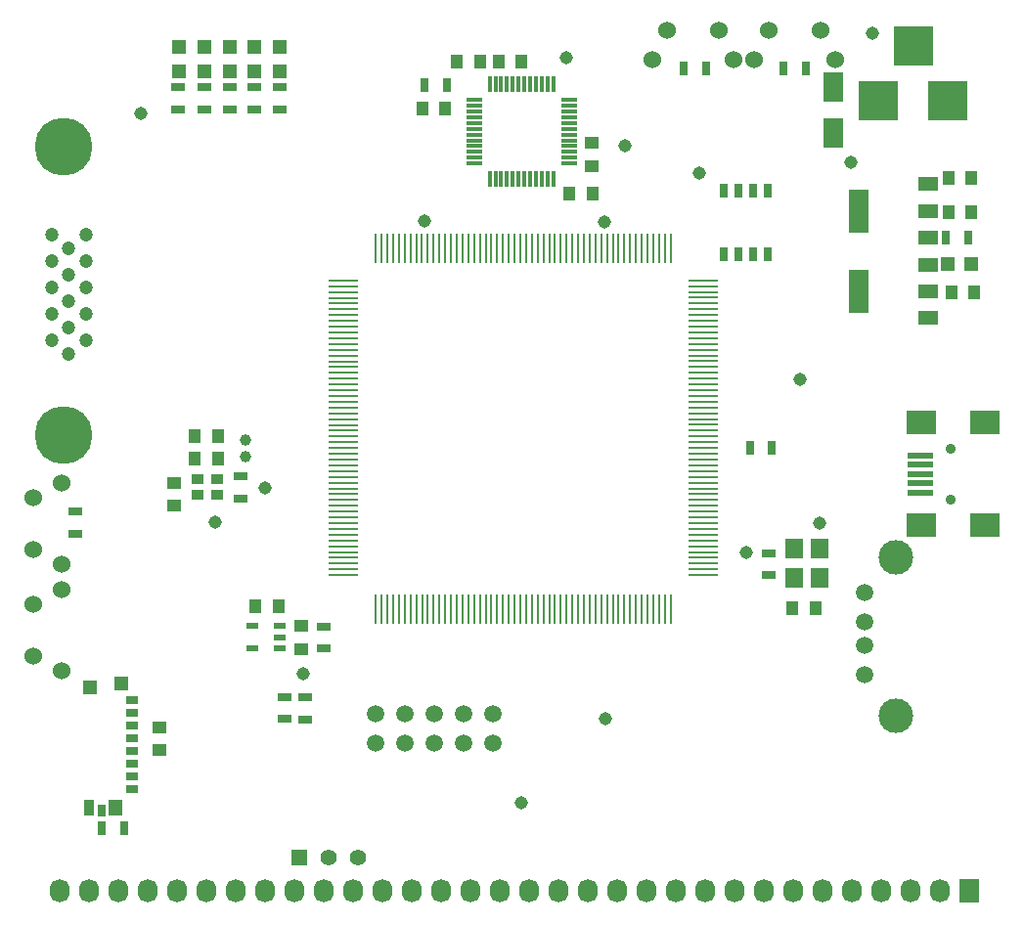
<source format=gts>
%TF.GenerationSoftware,KiCad,Pcbnew,0.201506262353+5832~23~ubuntu14.04.1-product*%
%TF.CreationDate,2015-07-01T01:08:02-03:00*%
%TF.JobID,BoardRZA1,426F617264525A41312E6B696361645F,rev?*%
%TF.FileFunction,Soldermask,Top*%
%FSLAX46Y46*%
G04 Gerber Fmt 4.6, Leading zero omitted, Abs format (unit mm)*
G04 Created by KiCad (PCBNEW 0.201506262353+5832~23~ubuntu14.04.1-product) date mié 01 jul 2015 01:08:02 ART*
%MOMM*%
G01*
G04 APERTURE LIST*
%ADD10C,0.100000*%
%ADD11R,1.000000X0.700000*%
%ADD12R,1.200000X1.150000*%
%ADD13R,1.200000X1.400000*%
%ADD14R,0.700000X1.000000*%
%ADD15R,0.900000X1.400000*%
%ADD16C,5.001260*%
%ADD17C,1.198880*%
%ADD18R,0.700000X1.300000*%
%ADD19R,2.301240X0.500380*%
%ADD20R,2.499360X1.998980*%
%ADD21C,0.899160*%
%ADD22C,1.501140*%
%ADD23C,2.999740*%
%ADD24R,3.500120X3.500120*%
%ADD25R,1.198880X1.198880*%
%ADD26R,1.800860X2.499360*%
%ADD27C,1.506220*%
%ADD28C,1.524000*%
%ADD29R,0.254000X2.540000*%
%ADD30R,2.540000X0.254000*%
%ADD31R,1.100000X0.900000*%
%ADD32R,1.500000X1.700000*%
%ADD33R,1.000000X0.600000*%
%ADD34C,1.000760*%
%ADD35C,1.143000*%
%ADD36R,1.397000X1.397000*%
%ADD37C,1.397000*%
%ADD38R,1.727200X2.032000*%
%ADD39O,1.727200X2.032000*%
%ADD40R,1.800860X1.300480*%
%ADD41R,1.800860X3.799840*%
%ADD42R,1.250000X1.000000*%
%ADD43R,1.000000X1.250000*%
%ADD44R,1.300000X0.700000*%
%ADD45R,0.399720X1.400480*%
%ADD46R,1.400480X0.399720*%
G04 APERTURE END LIST*
D10*
D11*
X44272200Y-83396000D03*
X44272200Y-82296000D03*
X44272200Y-81196000D03*
X44272200Y-80096000D03*
X44272200Y-78996000D03*
X44272200Y-77896000D03*
X44272200Y-76796000D03*
X44272200Y-84496000D03*
D12*
X43322200Y-75396000D03*
X40622200Y-75696000D03*
D13*
X42772200Y-86146000D03*
D14*
X41622200Y-86346000D03*
D15*
X40482200Y-86146000D03*
D16*
X38277800Y-53848000D03*
D17*
X40276780Y-41087040D03*
X40276780Y-43373040D03*
X40276780Y-45664120D03*
X40276780Y-38793420D03*
X40276780Y-36504880D03*
X38778180Y-39938960D03*
X38778180Y-42227500D03*
X38778180Y-44518580D03*
X38778180Y-46809660D03*
D16*
X38277800Y-28859480D03*
D17*
X38778180Y-37647880D03*
X37277040Y-45664120D03*
X37277040Y-43373040D03*
X37279580Y-41084500D03*
X37277040Y-38793420D03*
X37277040Y-36504880D03*
D18*
X99300000Y-32725000D03*
X98030000Y-32725000D03*
X96760000Y-32725000D03*
X95490000Y-32725000D03*
X95490000Y-38225000D03*
X96760000Y-38225000D03*
X98030000Y-38225000D03*
X99300000Y-38225000D03*
D19*
X112477740Y-58813700D03*
X112477740Y-58013600D03*
X112477740Y-57213500D03*
X112477740Y-56413400D03*
X112477740Y-55613300D03*
D20*
X112576800Y-61663580D03*
X118075900Y-61663580D03*
X112576800Y-52763420D03*
X118075900Y-52763420D03*
D21*
X115076160Y-59413140D03*
X115076160Y-55013860D03*
D22*
X107700000Y-67500000D03*
X107700000Y-70040000D03*
X107700000Y-72072000D03*
X107700000Y-74612000D03*
D23*
X110367000Y-64452000D03*
X110367000Y-78168000D03*
D24*
X108861860Y-24892000D03*
X114861340Y-24892000D03*
X111861600Y-20193000D03*
D25*
X57049998Y-22374020D03*
X57049998Y-20275980D03*
X54866398Y-22374020D03*
X54866398Y-20275980D03*
X52683799Y-22374020D03*
X52683799Y-20275980D03*
X50519449Y-22374020D03*
X50519449Y-20275980D03*
D26*
X104950000Y-23701020D03*
X104950000Y-27698980D03*
D25*
X116924020Y-39000000D03*
X114825980Y-39000000D03*
D27*
X75501500Y-77978000D03*
X75501500Y-80518000D03*
X72961500Y-77978000D03*
X72961500Y-80518000D03*
X70421500Y-77978000D03*
X70421500Y-80518000D03*
X67881500Y-77978000D03*
X67881500Y-80518000D03*
X65341500Y-77978000D03*
X65341500Y-80518000D03*
D28*
X38176600Y-67234000D03*
X38176600Y-74244000D03*
X35686600Y-68489000D03*
X35686600Y-72989000D03*
X38176600Y-58039200D03*
X38176600Y-65049200D03*
X35686600Y-59294200D03*
X35686600Y-63794200D03*
X105105000Y-21311000D03*
X98095000Y-21311000D03*
X103850000Y-18821000D03*
X99350000Y-18821000D03*
X96278500Y-21311000D03*
X89268500Y-21311000D03*
X95023500Y-18821000D03*
X90523500Y-18821000D03*
D29*
X90863420Y-37719000D03*
X90363040Y-37719000D03*
X89862660Y-37719000D03*
X89362280Y-37719000D03*
X88861900Y-37719000D03*
X88361520Y-37719000D03*
X87861140Y-37719000D03*
X87360760Y-37719000D03*
X86860380Y-37719000D03*
X86360000Y-37719000D03*
X85859620Y-37719000D03*
X85359240Y-37719000D03*
X84858860Y-37719000D03*
X84358480Y-37719000D03*
X83858100Y-37719000D03*
X83357720Y-37719000D03*
X82857340Y-37719000D03*
X82356960Y-37719000D03*
X81856580Y-37719000D03*
X81356200Y-37719000D03*
X80855820Y-37719000D03*
X80355440Y-37719000D03*
X79855060Y-37719000D03*
X79354680Y-37719000D03*
X78854300Y-37719000D03*
X78353920Y-37719000D03*
X77853540Y-37719000D03*
X77353160Y-37719000D03*
X76852780Y-37719000D03*
X76352400Y-37719000D03*
X75852020Y-37719000D03*
X75351640Y-37719000D03*
X74851260Y-37719000D03*
X74350880Y-37719000D03*
X73850500Y-37719000D03*
X73350120Y-37719000D03*
X72849740Y-37719000D03*
X72349360Y-37719000D03*
X71848980Y-37719000D03*
X71348600Y-37719000D03*
X70848220Y-37719000D03*
X70347840Y-37719000D03*
X69847460Y-37719000D03*
X69347080Y-37719000D03*
X68846700Y-37719000D03*
X68346320Y-37719000D03*
X67845940Y-37719000D03*
X67345560Y-37719000D03*
X66845180Y-37719000D03*
X66344800Y-37719000D03*
X65844420Y-37719000D03*
X65344040Y-37719000D03*
D30*
X62534800Y-40454580D03*
X62534800Y-40954960D03*
X62534800Y-41455340D03*
X62534800Y-41955720D03*
X62534800Y-42456100D03*
X62534800Y-42956480D03*
X62534800Y-43456860D03*
X62534800Y-43957240D03*
X62534800Y-44457620D03*
X62534800Y-44958000D03*
X62534800Y-45458380D03*
X62534800Y-45958760D03*
X62534800Y-46459140D03*
X62534800Y-46959520D03*
X62534800Y-47459900D03*
X62534800Y-47960280D03*
X62534800Y-48460660D03*
X62534800Y-48961040D03*
X62534800Y-49461420D03*
X62534800Y-49961800D03*
X62534800Y-50462180D03*
X62534800Y-50962560D03*
X62534800Y-51462940D03*
X62534800Y-51963320D03*
X62534800Y-52463700D03*
X62534800Y-52964080D03*
X62534800Y-53464460D03*
X62534800Y-53964840D03*
X62534800Y-54465220D03*
X62534800Y-54965600D03*
X62534800Y-55465980D03*
X62534800Y-55966360D03*
X62534800Y-56466740D03*
X62534800Y-56967120D03*
X62534800Y-57467500D03*
X62534800Y-57967880D03*
X62534800Y-58468260D03*
X62534800Y-58968640D03*
X62534800Y-59469020D03*
X62534800Y-59969400D03*
X62534800Y-60469780D03*
X62534800Y-60970160D03*
X62534800Y-61470540D03*
X62534800Y-61970920D03*
X62534800Y-62471300D03*
X62534800Y-62971680D03*
X62534800Y-63472060D03*
X62534800Y-63972440D03*
X62534800Y-64472820D03*
X62534800Y-64973200D03*
X62534800Y-65473580D03*
X62534800Y-65973960D03*
D29*
X65346580Y-68910200D03*
X65846960Y-68910200D03*
X66347340Y-68910200D03*
X66847720Y-68910200D03*
X67348100Y-68910200D03*
X67848480Y-68910200D03*
X68348860Y-68910200D03*
X68849240Y-68910200D03*
X69349620Y-68910200D03*
X69850000Y-68910200D03*
X70350380Y-68910200D03*
X70850760Y-68910200D03*
X71351140Y-68910200D03*
X71851520Y-68910200D03*
X72351900Y-68910200D03*
X72852280Y-68910200D03*
X73352660Y-68910200D03*
X73853040Y-68910200D03*
X74353420Y-68910200D03*
X74853800Y-68910200D03*
X75354180Y-68910200D03*
X75854560Y-68910200D03*
X76354940Y-68910200D03*
X76855320Y-68910200D03*
X77355700Y-68910200D03*
X77856080Y-68910200D03*
X78356460Y-68910200D03*
X78856840Y-68910200D03*
X79357220Y-68910200D03*
X79857600Y-68910200D03*
X80357980Y-68910200D03*
X80858360Y-68910200D03*
X81358740Y-68910200D03*
X81859120Y-68910200D03*
X82359500Y-68910200D03*
X82859880Y-68910200D03*
X83360260Y-68910200D03*
X83860640Y-68910200D03*
X84361020Y-68910200D03*
X84861400Y-68910200D03*
X85361780Y-68910200D03*
X85862160Y-68910200D03*
X86362540Y-68910200D03*
X86862920Y-68910200D03*
X87363300Y-68910200D03*
X87863680Y-68910200D03*
X88364060Y-68910200D03*
X88864440Y-68910200D03*
X89364820Y-68910200D03*
X89865200Y-68910200D03*
X90365580Y-68910200D03*
X90865960Y-68910200D03*
D30*
X93726000Y-65971420D03*
X93726000Y-65471040D03*
X93726000Y-64970660D03*
X93726000Y-64470280D03*
X93726000Y-63969900D03*
X93726000Y-63469520D03*
X93726000Y-62969140D03*
X93726000Y-62468760D03*
X93726000Y-61968380D03*
X93726000Y-61468000D03*
X93726000Y-60967620D03*
X93726000Y-60467240D03*
X93726000Y-59966860D03*
X93726000Y-59466480D03*
X93726000Y-58966100D03*
X93726000Y-58465720D03*
X93726000Y-57965340D03*
X93726000Y-57464960D03*
X93726000Y-56964580D03*
X93726000Y-56464200D03*
X93726000Y-55963820D03*
X93726000Y-55463440D03*
X93726000Y-54963060D03*
X93726000Y-54462680D03*
X93726000Y-53962300D03*
X93726000Y-53461920D03*
X93726000Y-52961540D03*
X93726000Y-52461160D03*
X93726000Y-51960780D03*
X93726000Y-51460400D03*
X93726000Y-50960020D03*
X93726000Y-50459640D03*
X93726000Y-49959260D03*
X93726000Y-49458880D03*
X93726000Y-48958500D03*
X93726000Y-48458120D03*
X93726000Y-47957740D03*
X93726000Y-47457360D03*
X93726000Y-46956980D03*
X93726000Y-46456600D03*
X93726000Y-45956220D03*
X93726000Y-45455840D03*
X93726000Y-44955460D03*
X93726000Y-44455080D03*
X93726000Y-43954700D03*
X93726000Y-43454320D03*
X93726000Y-42953940D03*
X93726000Y-42453560D03*
X93726000Y-41953180D03*
X93726000Y-41452800D03*
X93726000Y-40952420D03*
X93726000Y-40452040D03*
D31*
X49925000Y-59000000D03*
X51625000Y-59000000D03*
X51625000Y-57700000D03*
X49925000Y-57700000D03*
D32*
X103779500Y-66230500D03*
X103779500Y-63690500D03*
X101579500Y-63690500D03*
X101579500Y-66230500D03*
D33*
X57069000Y-72332500D03*
X57069000Y-71342500D03*
X57069000Y-70352500D03*
X54669000Y-70352500D03*
X54669000Y-72332500D03*
D34*
X54050000Y-55749300D03*
X54050000Y-54250700D03*
D35*
X106500000Y-30200000D03*
X97450000Y-64050000D03*
X55725000Y-58425000D03*
X69525000Y-35275000D03*
X77900000Y-85650000D03*
X85175000Y-35425000D03*
X93350000Y-31150000D03*
X102100000Y-49000000D03*
X108330340Y-19050320D03*
X81875000Y-21200000D03*
X44975000Y-25975000D03*
X85250000Y-78400000D03*
X59100000Y-74525000D03*
X51450000Y-61375000D03*
X86925000Y-28800000D03*
X103750000Y-61450000D03*
D36*
X58720000Y-90400000D03*
D37*
X61260000Y-90400000D03*
X63800000Y-90400000D03*
D38*
X116713000Y-93345000D03*
D39*
X114173000Y-93345000D03*
X111633000Y-93345000D03*
X109093000Y-93345000D03*
X106553000Y-93345000D03*
X104013000Y-93345000D03*
X101473000Y-93345000D03*
X98933000Y-93345000D03*
X96393000Y-93345000D03*
X93853000Y-93345000D03*
X91313000Y-93345000D03*
X88773000Y-93345000D03*
X86233000Y-93345000D03*
X83693000Y-93345000D03*
X81153000Y-93345000D03*
X78613000Y-93345000D03*
X76073000Y-93345000D03*
X73533000Y-93345000D03*
X70993000Y-93345000D03*
X68453000Y-93345000D03*
X65913000Y-93345000D03*
X63373000Y-93345000D03*
X60833000Y-93345000D03*
X58293000Y-93345000D03*
X55753000Y-93345000D03*
X53213000Y-93345000D03*
X50673000Y-93345000D03*
X48133000Y-93345000D03*
X45593000Y-93345000D03*
X43053000Y-93345000D03*
X40513000Y-93345000D03*
X37973000Y-93345000D03*
D25*
X48275000Y-22374020D03*
X48275000Y-20275980D03*
D40*
X113124740Y-36726240D03*
X113124740Y-34425000D03*
X113124740Y-32123760D03*
D41*
X107125260Y-34425000D03*
D40*
X113124740Y-43726240D03*
X113124740Y-41425000D03*
X113124740Y-39123760D03*
D41*
X107125260Y-41425000D03*
D42*
X47900000Y-57975000D03*
X47900000Y-59975000D03*
D43*
X101400000Y-68850000D03*
X103400000Y-68850000D03*
X49698000Y-55907400D03*
X51698000Y-55907400D03*
X49700000Y-53900000D03*
X51700000Y-53900000D03*
D42*
X46634400Y-81137000D03*
X46634400Y-79137000D03*
D43*
X114900000Y-31575000D03*
X116900000Y-31575000D03*
X115161311Y-41450000D03*
X117161311Y-41450000D03*
X114925000Y-34525000D03*
X116925000Y-34525000D03*
X54919000Y-68642500D03*
X56919000Y-68642500D03*
D42*
X58919000Y-70392500D03*
X58919000Y-72392500D03*
D43*
X84100000Y-32900000D03*
X82100000Y-32900000D03*
D42*
X84000000Y-28575000D03*
X84000000Y-30575000D03*
D43*
X69350000Y-25550000D03*
X71350000Y-25550000D03*
X75975000Y-21500000D03*
X77975000Y-21500000D03*
X74375000Y-21500000D03*
X72375000Y-21500000D03*
D18*
X99625000Y-54975000D03*
X97725000Y-54975000D03*
D44*
X53675000Y-57425000D03*
X53675000Y-59325000D03*
X99374300Y-64054000D03*
X99374300Y-65954000D03*
D18*
X43545800Y-87858600D03*
X41645800Y-87858600D03*
D44*
X60869000Y-72342500D03*
X60869000Y-70442500D03*
D18*
X71500000Y-23546875D03*
X69600000Y-23546875D03*
D44*
X57480200Y-76545400D03*
X57480200Y-78445400D03*
X59207400Y-76570800D03*
X59207400Y-78470800D03*
X48250000Y-25625000D03*
X48250000Y-23725000D03*
X39300000Y-60475000D03*
X39300000Y-62375000D03*
D18*
X102550000Y-22098000D03*
X100650000Y-22098000D03*
X92014000Y-22098000D03*
X93914000Y-22098000D03*
D44*
X57049997Y-25625000D03*
X57049997Y-23725000D03*
X54843450Y-25625000D03*
X54843450Y-23725000D03*
X52672915Y-25625000D03*
X52672915Y-23725000D03*
X50527380Y-25625000D03*
X50527380Y-23725000D03*
D18*
X114725000Y-36775000D03*
X116625000Y-36775000D03*
D45*
X76700320Y-31674560D03*
X77200700Y-31674560D03*
X77701080Y-31674560D03*
X78198920Y-31674560D03*
X78699300Y-31674560D03*
X75199180Y-31674560D03*
X75699560Y-31674560D03*
X76199940Y-31674560D03*
D46*
X82049560Y-30325820D03*
X82049560Y-29825440D03*
X82049560Y-29325060D03*
X82049560Y-28824680D03*
X82049560Y-28324300D03*
X82049560Y-27823920D03*
X82049560Y-27326080D03*
X82049560Y-26825700D03*
D45*
X80700820Y-23475440D03*
X80200440Y-23475440D03*
X79700060Y-23475440D03*
X79199680Y-23475440D03*
X78699300Y-23475440D03*
X78198920Y-23475440D03*
X77701080Y-23475440D03*
X77200700Y-23475440D03*
D46*
X73850440Y-24824180D03*
X73850440Y-25324560D03*
X73850440Y-25824940D03*
X73850440Y-26325320D03*
X73850440Y-26825700D03*
X73850440Y-27326080D03*
X73850440Y-27823920D03*
X73850440Y-28324300D03*
D45*
X79199680Y-31674560D03*
X79700060Y-31674560D03*
X80200440Y-31674560D03*
X80700820Y-31674560D03*
D46*
X82049560Y-26325320D03*
X82049560Y-25824940D03*
X82049560Y-25324560D03*
X82049560Y-24824180D03*
D45*
X76700320Y-23475440D03*
X76199940Y-23475440D03*
X75699560Y-23475440D03*
X75199180Y-23475440D03*
D46*
X73850440Y-28824680D03*
X73850440Y-29325060D03*
X73850440Y-29825440D03*
X73850440Y-30325820D03*
M02*

</source>
